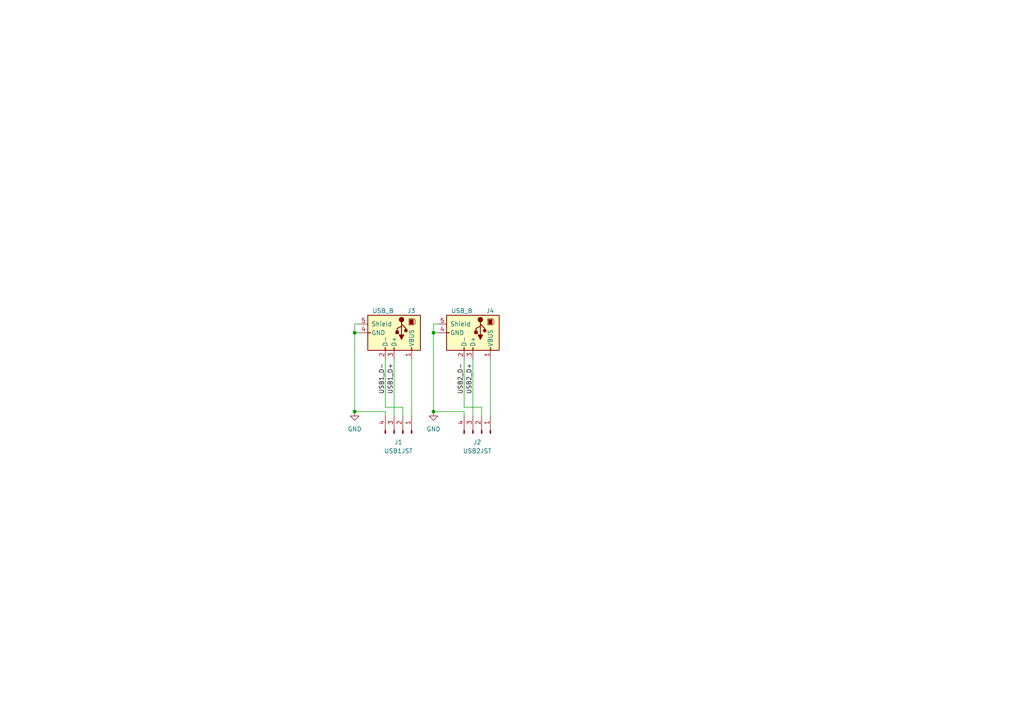
<source format=kicad_sch>
(kicad_sch (version 20231120) (generator "eeschema") (generator_version "8.0")
  (paper "A4")
  (lib_symbols
    (symbol "Connector:Conn_01x04_Pin" (pin_names (offset 1.016) hide)
      (property "Reference" "J" (at 0 5.08 0))
      (property "Value" "Conn_01x04_Pin" (at 0 -7.62 0))
      (symbol "Conn_01x04_Pin_1_1"
        (polyline (pts (xy 1.27 -5.08) (xy 0.8636 -5.08)) (stroke (width 0.1524)))
        (polyline (pts (xy 1.27 -2.54) (xy 0.8636 -2.54)) (stroke (width 0.1524)))
        (polyline (pts (xy 1.27 0) (xy 0.8636 0)) (stroke (width 0.1524)))
        (polyline (pts (xy 1.27 2.54) (xy 0.8636 2.54)) (stroke (width 0.1524)))
        (rectangle (start 0.8636 -4.953) (end 0 -5.207) (stroke (width 0.1524)) (fill (type outline)))
        (rectangle (start 0.8636 -2.413) (end 0 -2.667) (stroke (width 0.1524)) (fill (type outline)))
        (rectangle (start 0.8636 0.127) (end 0 -0.127) (stroke (width 0.1524)) (fill (type outline)))
        (rectangle (start 0.8636 2.667) (end 0 2.413) (stroke (width 0.1524)) (fill (type outline)))
        (pin passive line (at 5.08 2.54 180) (length 3.81) (name "Pin_1") (number "1"))
        (pin passive line (at 5.08 0 180) (length 3.81) (name "Pin_2") (number "2"))
        (pin passive line (at 5.08 -2.54 180) (length 3.81) (name "Pin_3") (number "3"))
        (pin passive line (at 5.08 -5.08 180) (length 3.81) (name "Pin_4") (number "4"))
      )
    )
    (symbol "Connector:USB_B" (pin_names (offset 1.016))
      (property "Reference" "J" (at -5.08 11.43 0))
      (property "Value" "USB_B" (at -5.08 8.89 0))
      (symbol "USB_B_0_1"
        (rectangle (start -5.08 -7.62) (end 5.08 7.62) (stroke (width 0.254)) (fill (type background)))
        (circle (center -3.81 2.159) (radius 0.635) (stroke (width 0.254)) (fill (type outline)))
        (rectangle (start -3.81 5.588) (end -2.54 4.572) (fill (type outline)))
        (circle (center -0.635 3.429) (radius 0.381) (stroke (width 0.254)) (fill (type outline)))
        (rectangle (start -0.127 -7.62) (end 0.127 -6.858))
        (polyline (pts (xy -1.905 2.159) (xy 0.635 2.159)) (stroke (width 0.254)))
        (polyline (pts (xy -3.175 2.159) (xy -2.54 2.159) (xy -1.27 3.429) (xy -0.635 3.429)) (stroke (width 0.254)))
        (polyline (pts (xy -2.54 2.159) (xy -1.905 2.159) (xy -1.27 0.889) (xy 0 0.889)) (stroke (width 0.254)))
        (polyline (pts (xy 0.635 2.794) (xy 0.635 1.524) (xy 1.905 2.159) (xy 0.635 2.794)) (stroke (width 0.254)) (fill (type outline)))
        (polyline (pts (xy -4.064 4.318) (xy -2.286 4.318) (xy -2.286 5.715) (xy -2.667 6.096) (xy -3.683 6.096) (xy -4.064 5.715) (xy -4.064 4.318)))
        (rectangle (start 0.254 1.27) (end -0.508 0.508) (stroke (width 0.254)) (fill (type outline)))
        (rectangle (start 5.08 -2.667) (end 4.318 -2.413))
        (rectangle (start 5.08 -0.127) (end 4.318 0.127))
        (rectangle (start 5.08 4.953) (end 4.318 5.207))
      )
      (symbol "USB_B_1_1"
        (pin power_out line (at 7.62 5.08 180) (length 2.54) (name "VBUS") (number "1"))
        (pin bidirectional line (at 7.62 -2.54 180) (length 2.54) (name "D-") (number "2"))
        (pin bidirectional line (at 7.62 0 180) (length 2.54) (name "D+") (number "3"))
        (pin power_out line (at 0 -10.16 90) (length 2.54) (name "GND") (number "4"))
        (pin passive line (at -2.54 -10.16 90) (length 2.54) (name "Shield") (number "5"))
      )
    )
    (symbol "power:GND" (power) (pin_names (offset 0))
      (property "Value" "GND" (at 0 -3.81 0))
      (symbol "GND_0_1"
        (polyline (pts (xy 0 0) (xy 0 -1.27) (xy 1.27 -1.27) (xy 0 -2.54) (xy -1.27 -1.27) (xy 0 -1.27)))
      )
      (symbol "GND_1_1"
        (pin power_in line (at 0 0 270) (length 0) hide (name "GND") (number "1"))
      )
    )
  )
  (junction (at 125.73 96.52))
  (junction (at 102.87 119.38))
  (junction (at 102.87 96.52))
  (junction (at 125.73 119.38))
  (wire (pts (xy 102.87 93.98) (xy 102.87 96.52)))
  (wire (pts (xy 134.62 119.38) (xy 125.73 119.38)))
  (wire (pts (xy 134.62 120.65) (xy 134.62 119.38)))
  (wire (pts (xy 111.76 119.38) (xy 102.87 119.38)))
  (wire (pts (xy 125.73 93.98) (xy 125.73 96.52)))
  (wire (pts (xy 134.62 118.11) (xy 134.62 104.14)))
  (wire (pts (xy 119.38 104.14) (xy 119.38 120.65)))
  (wire (pts (xy 125.73 119.38) (xy 125.73 96.52)))
  (wire (pts (xy 111.76 120.65) (xy 111.76 119.38)))
  (wire (pts (xy 139.7 120.65) (xy 139.7 118.11)))
  (wire (pts (xy 142.24 104.14) (xy 142.24 120.65)))
  (wire (pts (xy 102.87 96.52) (xy 104.14 96.52)))
  (wire (pts (xy 111.76 118.11) (xy 111.76 104.14)))
  (wire (pts (xy 139.7 118.11) (xy 134.62 118.11)))
  (wire (pts (xy 137.16 104.14) (xy 137.16 120.65)))
  (wire (pts (xy 116.84 120.65) (xy 116.84 118.11)))
  (wire (pts (xy 114.3 104.14) (xy 114.3 120.65)))
  (wire (pts (xy 127 93.98) (xy 125.73 93.98)))
  (wire (pts (xy 116.84 118.11) (xy 111.76 118.11)))
  (wire (pts (xy 102.87 119.38) (xy 102.87 96.52)))
  (wire (pts (xy 125.73 96.52) (xy 127 96.52)))
  (wire (pts (xy 104.14 93.98) (xy 102.87 93.98)))
  (label "USB1_D-" (at 111.76 114.3 90))
  (label "USB2_D+" (at 137.16 114.3 90))
  (label "USB2_D-" (at 134.62 114.3 90))
  (label "USB1_D+" (at 114.3 114.3 90))
  (symbol (lib_id "power:GND") (at 125.73 119.38 0) (unit 1)
    (property "Reference" "#PWR02" (effects (hide yes)))
    (property "Value" "GND" (at 125.73 124.46 0))
  )
  (symbol (lib_id "Connector:USB_B") (at 137.16 96.52 270) (unit 1)
    (property "Reference" "J4" (at 140.97 90.17 90) (effects (justify left)))
    (property "Value" "USB_B" (at 130.81 90.17 90) (effects (justify left)))
    (property "Footprint" "Connector_USB:USB_B_OST_USB-B1HSxx_Horizontal" (effects (hide yes)))
    (property "Datasheet" " ~" (effects (hide yes)))
  )
  (symbol (lib_id "Connector:USB_B") (at 114.3 96.52 270) (unit 1)
    (property "Reference" "J3" (at 118.11 90.17 90) (effects (justify left)))
    (property "Value" "USB_B" (at 107.95 90.17 90) (effects (justify left)))
    (property "Footprint" "Connector_USB:USB_B_OST_USB-B1HSxx_Horizontal" (effects (hide yes)))
    (property "Datasheet" " ~" (effects (hide yes)))
  )
  (symbol (lib_id "Connector:Conn_01x04_Pin") (at 139.7 125.73 270) (mirror x) (unit 1)
    (property "Reference" "J2" (at 138.43 128.27 90))
    (property "Value" "USB2JST" (at 138.43 130.81 90))
    (property "Footprint" "remote-board:JST_XH_S4B-XH-A_1x04_P2.50mm_Horizontal_0.9mm_hole" (effects (hide yes)))
  )
  (symbol (lib_id "Connector:Conn_01x04_Pin") (at 116.84 125.73 270) (mirror x) (unit 1)
    (property "Reference" "J1" (at 115.57 128.27 90))
    (property "Value" "USB1JST" (at 115.57 130.81 90))
    (property "Footprint" "remote-board:JST_XH_S4B-XH-A_1x04_P2.50mm_Horizontal_0.9mm_hole" (effects (hide yes)))
  )
  (symbol (lib_id "power:GND") (at 102.87 119.38 0) (unit 1)
    (property "Reference" "#PWR01" (effects (hide yes)))
    (property "Value" "GND" (at 102.87 124.46 0))
  )
)
</source>
